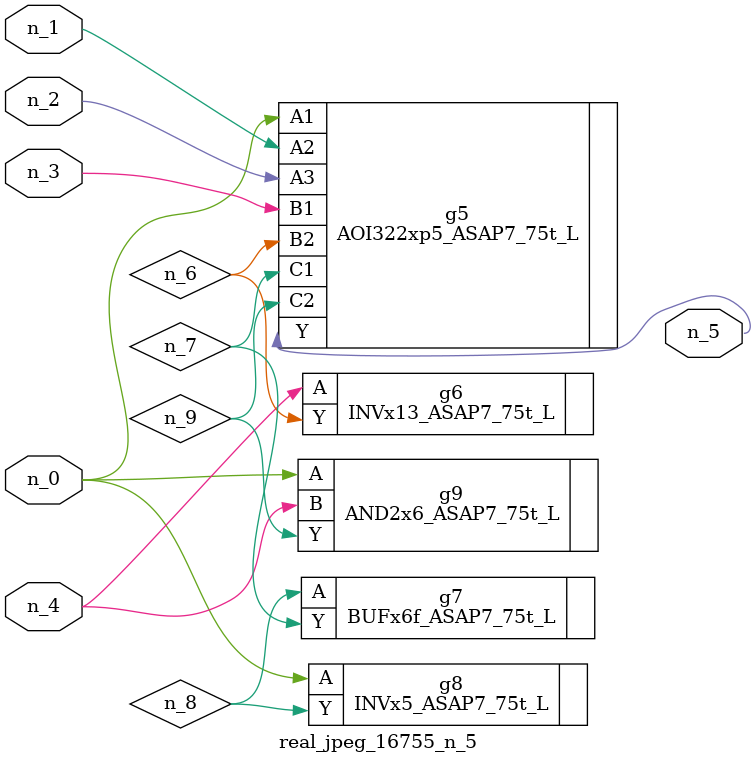
<source format=v>
module real_jpeg_16755_n_5 (n_4, n_0, n_1, n_2, n_3, n_5);

input n_4;
input n_0;
input n_1;
input n_2;
input n_3;

output n_5;

wire n_8;
wire n_6;
wire n_7;
wire n_9;

AOI322xp5_ASAP7_75t_L g5 ( 
.A1(n_0),
.A2(n_1),
.A3(n_2),
.B1(n_3),
.B2(n_6),
.C1(n_7),
.C2(n_9),
.Y(n_5)
);

INVx5_ASAP7_75t_L g8 ( 
.A(n_0),
.Y(n_8)
);

AND2x6_ASAP7_75t_L g9 ( 
.A(n_0),
.B(n_4),
.Y(n_9)
);

INVx13_ASAP7_75t_L g6 ( 
.A(n_4),
.Y(n_6)
);

BUFx6f_ASAP7_75t_L g7 ( 
.A(n_8),
.Y(n_7)
);


endmodule
</source>
